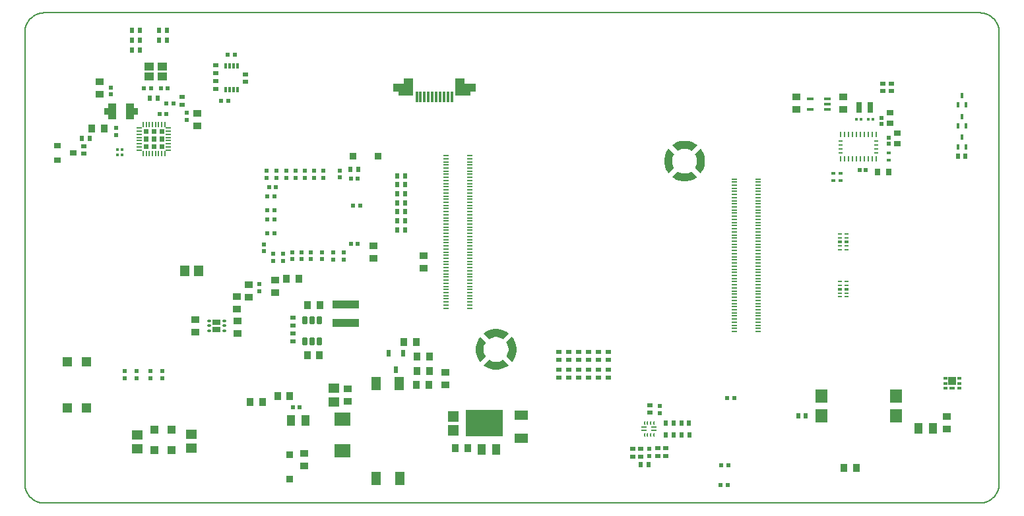
<source format=gbp>
G04*
G04 #@! TF.GenerationSoftware,Altium Limited,Altium Designer,21.2.2 (38)*
G04*
G04 Layer_Color=128*
%FSLAX44Y44*%
%MOMM*%
G71*
G04*
G04 #@! TF.SameCoordinates,2EB6EAD6-5C33-48E4-AA2B-E0AFE4ABDD4A*
G04*
G04*
G04 #@! TF.FilePolarity,Positive*
G04*
G01*
G75*
%ADD18C,0.1500*%
%ADD23R,0.6500X0.5500*%
%ADD32R,1.5200X1.7800*%
%ADD33R,0.9200X0.9800*%
%ADD43R,1.2000X1.0000*%
G04:AMPARAMS|DCode=49|XSize=0.2mm|YSize=0.565mm|CornerRadius=0.05mm|HoleSize=0mm|Usage=FLASHONLY|Rotation=270.000|XOffset=0mm|YOffset=0mm|HoleType=Round|Shape=RoundedRectangle|*
%AMROUNDEDRECTD49*
21,1,0.2000,0.4650,0,0,270.0*
21,1,0.1000,0.5650,0,0,270.0*
1,1,0.1000,-0.2325,-0.0500*
1,1,0.1000,-0.2325,0.0500*
1,1,0.1000,0.2325,0.0500*
1,1,0.1000,0.2325,-0.0500*
%
%ADD49ROUNDEDRECTD49*%
G04:AMPARAMS|DCode=50|XSize=0.4mm|YSize=0.565mm|CornerRadius=0.05mm|HoleSize=0mm|Usage=FLASHONLY|Rotation=270.000|XOffset=0mm|YOffset=0mm|HoleType=Round|Shape=RoundedRectangle|*
%AMROUNDEDRECTD50*
21,1,0.4000,0.4650,0,0,270.0*
21,1,0.3000,0.5650,0,0,270.0*
1,1,0.1000,-0.2325,-0.1500*
1,1,0.1000,-0.2325,0.1500*
1,1,0.1000,0.2325,0.1500*
1,1,0.1000,0.2325,-0.1500*
%
%ADD50ROUNDEDRECTD50*%
%ADD51R,1.0500X1.4000*%
%ADD58R,1.4500X1.1500*%
%ADD59R,0.6200X0.6200*%
%ADD60R,1.0000X0.9000*%
%ADD61R,0.5500X0.6500*%
%ADD62R,1.2000X1.2000*%
%ADD63R,0.6200X0.6200*%
%ADD65R,0.9000X1.0000*%
G04:AMPARAMS|DCode=66|XSize=0.6mm|YSize=1mm|CornerRadius=0.051mm|HoleSize=0mm|Usage=FLASHONLY|Rotation=0.000|XOffset=0mm|YOffset=0mm|HoleType=Round|Shape=RoundedRectangle|*
%AMROUNDEDRECTD66*
21,1,0.6000,0.8980,0,0,0.0*
21,1,0.4980,1.0000,0,0,0.0*
1,1,0.1020,0.2490,-0.4490*
1,1,0.1020,-0.2490,-0.4490*
1,1,0.1020,-0.2490,0.4490*
1,1,0.1020,0.2490,0.4490*
%
%ADD66ROUNDEDRECTD66*%
%ADD67R,0.5500X0.4500*%
%ADD68R,0.3000X0.8000*%
%ADD72R,3.4000X0.9800*%
%ADD177R,0.4750X0.4000*%
%ADD178R,1.0500X1.0000*%
%ADD179R,0.6600X0.4000*%
G04:AMPARAMS|DCode=180|XSize=0.45mm|YSize=0.3mm|CornerRadius=0.075mm|HoleSize=0mm|Usage=FLASHONLY|Rotation=180.000|XOffset=0mm|YOffset=0mm|HoleType=Round|Shape=RoundedRectangle|*
%AMROUNDEDRECTD180*
21,1,0.4500,0.1500,0,0,180.0*
21,1,0.3000,0.3000,0,0,180.0*
1,1,0.1500,-0.1500,0.0750*
1,1,0.1500,0.1500,0.0750*
1,1,0.1500,0.1500,-0.0750*
1,1,0.1500,-0.1500,-0.0750*
%
%ADD180ROUNDEDRECTD180*%
%ADD183R,1.1500X1.8000*%
%ADD184R,0.9500X0.9000*%
G04:AMPARAMS|DCode=185|XSize=0.55mm|YSize=0.8mm|CornerRadius=0.0495mm|HoleSize=0mm|Usage=FLASHONLY|Rotation=180.000|XOffset=0mm|YOffset=0mm|HoleType=Round|Shape=RoundedRectangle|*
%AMROUNDEDRECTD185*
21,1,0.5500,0.7010,0,0,180.0*
21,1,0.4510,0.8000,0,0,180.0*
1,1,0.0990,-0.2255,0.3505*
1,1,0.0990,0.2255,0.3505*
1,1,0.0990,0.2255,-0.3505*
1,1,0.0990,-0.2255,-0.3505*
%
%ADD185ROUNDEDRECTD185*%
%ADD186R,1.4000X1.3900*%
%ADD187R,4.8600X3.3600*%
%ADD188R,0.9000X0.8000*%
%ADD189O,0.7000X0.2000*%
%ADD190O,0.2000X0.7000*%
%ADD192R,1.0000X1.0000*%
%ADD193R,1.0000X2.0000*%
%ADD194R,0.3000X0.7100*%
G04:AMPARAMS|DCode=195|XSize=0.2mm|YSize=0.5mm|CornerRadius=0.05mm|HoleSize=0mm|Usage=FLASHONLY|Rotation=180.000|XOffset=0mm|YOffset=0mm|HoleType=Round|Shape=RoundedRectangle|*
%AMROUNDEDRECTD195*
21,1,0.2000,0.4000,0,0,180.0*
21,1,0.1000,0.5000,0,0,180.0*
1,1,0.1000,-0.0500,0.2000*
1,1,0.1000,0.0500,0.2000*
1,1,0.1000,0.0500,-0.2000*
1,1,0.1000,-0.0500,-0.2000*
%
%ADD195ROUNDEDRECTD195*%
G04:AMPARAMS|DCode=196|XSize=0.2mm|YSize=0.7mm|CornerRadius=0.05mm|HoleSize=0mm|Usage=FLASHONLY|Rotation=270.000|XOffset=0mm|YOffset=0mm|HoleType=Round|Shape=RoundedRectangle|*
%AMROUNDEDRECTD196*
21,1,0.2000,0.6000,0,0,270.0*
21,1,0.1000,0.7000,0,0,270.0*
1,1,0.1000,-0.3000,-0.0500*
1,1,0.1000,-0.3000,0.0500*
1,1,0.1000,0.3000,0.0500*
1,1,0.1000,0.3000,-0.0500*
%
%ADD196ROUNDEDRECTD196*%
%ADD197R,0.7000X0.1800*%
%ADD198R,0.3050X1.4050*%
%ADD199R,1.0000X1.0000*%
%ADD200R,0.9000X0.7000*%
%ADD201R,0.5200X0.5200*%
%ADD202R,0.7000X0.9000*%
%ADD203R,0.2500X0.6750*%
%ADD204R,0.5750X0.2500*%
%ADD205R,0.7500X1.4000*%
%ADD206R,0.9800X0.9200*%
%ADD207R,0.3600X0.3200*%
%ADD208R,2.1590X1.7780*%
%ADD209R,0.9000X0.9500*%
%ADD210R,0.5200X0.5200*%
%ADD211R,1.8000X1.1500*%
%ADD212R,1.1500X1.4500*%
%ADD213R,1.2500X2.3000*%
%ADD214R,2.6500X1.1000*%
%ADD215R,1.9500X1.6000*%
%ADD256R,1.0000X0.7000*%
%ADD257R,0.8500X0.3500*%
G36*
X144705Y498907D02*
X134615D01*
Y507907D01*
X144705D01*
Y498907D01*
D02*
G37*
G36*
X111615D02*
X101525D01*
Y507907D01*
X111615D01*
Y498907D01*
D02*
G37*
G36*
X178500Y474750D02*
X172500D01*
Y480750D01*
X178500D01*
Y474750D01*
D02*
G37*
G36*
X168500D02*
X162500D01*
Y480750D01*
X168500D01*
Y474750D01*
D02*
G37*
G36*
X158500D02*
X152500D01*
Y480750D01*
X158500D01*
Y474750D01*
D02*
G37*
G36*
X178500Y464750D02*
X172500D01*
Y470750D01*
X178500D01*
Y464750D01*
D02*
G37*
G36*
X168500D02*
X162500D01*
Y470750D01*
X168500D01*
Y464750D01*
D02*
G37*
G36*
X158500D02*
X152500D01*
Y470750D01*
X158500D01*
Y464750D01*
D02*
G37*
G36*
X178500Y454750D02*
X172500D01*
Y460750D01*
X178500D01*
Y454750D01*
D02*
G37*
G36*
X168500D02*
X162500D01*
Y460750D01*
X168500D01*
Y454750D01*
D02*
G37*
G36*
X158500D02*
X152500D01*
Y460750D01*
X158500D01*
Y454750D01*
D02*
G37*
G36*
X852922Y464787D02*
X857008Y463380D01*
X860805Y461318D01*
X862507Y459988D01*
X862507D01*
X855677Y452607D01*
X854651Y453268D01*
X852461Y454348D01*
X850133Y455082D01*
X847720Y455453D01*
X845279D01*
X842867Y455082D01*
X840539Y454348D01*
X838349Y453268D01*
X837323Y452607D01*
X830493Y459988D01*
X832195Y461318D01*
X835993Y463380D01*
X840078Y464787D01*
X844340Y465500D01*
X848660D01*
X852922Y464787D01*
D02*
G37*
G36*
X862507Y419012D02*
X860805Y417682D01*
X857008Y415620D01*
X852922Y414213D01*
X848660Y413500D01*
X844340D01*
X840078Y414213D01*
X835993Y415620D01*
X832195Y417682D01*
X830493Y419012D01*
Y419012D01*
X837323Y426394D01*
X838349Y425732D01*
X840539Y424652D01*
X842867Y423918D01*
X845279Y423547D01*
X847720D01*
X850133Y423918D01*
X852461Y424652D01*
X854651Y425732D01*
X855677Y426394D01*
X855677Y426394D01*
X862507Y419012D01*
D02*
G37*
G36*
X868318Y453805D02*
X870380Y450008D01*
X871787Y445922D01*
X872500Y441660D01*
Y437340D01*
X871787Y433078D01*
X870380Y428993D01*
X868318Y425195D01*
X866988Y423493D01*
X859606Y430323D01*
X860268Y431349D01*
X861348Y433539D01*
X862082Y435867D01*
X862453Y438279D01*
Y440721D01*
X862082Y443133D01*
X861348Y445461D01*
X860268Y447651D01*
X859606Y448677D01*
Y448677D01*
X866988Y455507D01*
X868318Y453805D01*
D02*
G37*
G36*
X833394Y448677D02*
X832732Y447651D01*
X831652Y445461D01*
X830918Y443133D01*
X830547Y440721D01*
Y438279D01*
X830918Y435867D01*
X831652Y433539D01*
X832732Y431349D01*
X833394Y430323D01*
X833394D01*
X826012Y423493D01*
X824682Y425195D01*
X822620Y428993D01*
X821213Y433078D01*
X820500Y437340D01*
Y441660D01*
X821213Y445922D01*
X822620Y450008D01*
X824682Y453805D01*
X826012Y455507D01*
X826012Y455507D01*
X833394Y448677D01*
D02*
G37*
G36*
X610922Y222787D02*
X615008Y221380D01*
X618805Y219318D01*
X620507Y217988D01*
X620507D01*
X613677Y210606D01*
X612651Y211268D01*
X610461Y212348D01*
X608133Y213082D01*
X605720Y213453D01*
X603279D01*
X600867Y213082D01*
X598539Y212348D01*
X596349Y211268D01*
X595323Y210606D01*
X588493Y217988D01*
X590195Y219318D01*
X593993Y221380D01*
X598078Y222787D01*
X602340Y223500D01*
X606660D01*
X610922Y222787D01*
D02*
G37*
G36*
X620507Y177012D02*
X618805Y175682D01*
X615008Y173620D01*
X610922Y172213D01*
X606660Y171500D01*
X602340D01*
X598078Y172213D01*
X593993Y173620D01*
X590195Y175682D01*
X588493Y177012D01*
Y177012D01*
X595323Y184394D01*
X596349Y183732D01*
X598539Y182652D01*
X600867Y181918D01*
X603279Y181547D01*
X605720D01*
X608133Y181918D01*
X610461Y182652D01*
X612651Y183732D01*
X613677Y184394D01*
X613677Y184394D01*
X620507Y177012D01*
D02*
G37*
G36*
X626318Y211805D02*
X628380Y208008D01*
X629787Y203922D01*
X630500Y199660D01*
Y195340D01*
X629787Y191078D01*
X628380Y186992D01*
X626318Y183195D01*
X624988Y181493D01*
X617606Y188323D01*
X618268Y189349D01*
X619348Y191539D01*
X620082Y193867D01*
X620453Y196280D01*
Y198720D01*
X620082Y201133D01*
X619348Y203461D01*
X618268Y205651D01*
X617606Y206677D01*
Y206677D01*
X624988Y213507D01*
X626318Y211805D01*
D02*
G37*
G36*
X591394Y206677D02*
X590732Y205651D01*
X589652Y203461D01*
X588918Y201133D01*
X588547Y198720D01*
Y196280D01*
X588918Y193867D01*
X589652Y191539D01*
X590732Y189349D01*
X591394Y188323D01*
X591394D01*
X584012Y181493D01*
X582682Y183195D01*
X580620Y186992D01*
X579213Y191078D01*
X578500Y195340D01*
Y199660D01*
X579213Y203922D01*
X580620Y208008D01*
X582682Y211805D01*
X584012Y213507D01*
X584012Y213507D01*
X591394Y206677D01*
D02*
G37*
D18*
X1250000Y605000D02*
X1249863Y607613D01*
X1249454Y610198D01*
X1248776Y612725D01*
X1247839Y615168D01*
X1246651Y617500D01*
X1245225Y619695D01*
X1243579Y621728D01*
X1241728Y623578D01*
X1239695Y625225D01*
X1237500Y626651D01*
X1235168Y627839D01*
X1232725Y628776D01*
X1230198Y629454D01*
X1227613Y629863D01*
X1225000Y630000D01*
Y-0D02*
X1227613Y137D01*
X1230198Y546D01*
X1232725Y1223D01*
X1235168Y2161D01*
X1237500Y3349D01*
X1239695Y4775D01*
X1241728Y6421D01*
X1243579Y8272D01*
X1245225Y10305D01*
X1246651Y12500D01*
X1247839Y14832D01*
X1248776Y17275D01*
X1249454Y19802D01*
X1249863Y22387D01*
X1250000Y25000D01*
X25000Y629950D02*
X22387Y629813D01*
X19802Y629403D01*
X17275Y628726D01*
X14832Y627788D01*
X12500Y626600D01*
X10306Y625175D01*
X8272Y623528D01*
X6421Y621678D01*
X4775Y619644D01*
X3350Y617450D01*
X2162Y615118D01*
X1224Y612675D01*
X547Y610147D01*
X137Y607563D01*
X0Y604950D01*
X0Y25000D02*
X137Y22387D01*
X546Y19802D01*
X1224Y17275D01*
X2161Y14832D01*
X3349Y12500D01*
X4775Y10305D01*
X6421Y8272D01*
X8272Y6421D01*
X10305Y4775D01*
X12500Y3349D01*
X14832Y2161D01*
X17275Y1224D01*
X19802Y546D01*
X22387Y137D01*
X25000Y0D01*
X1250000Y605440D02*
X1250000Y25000D01*
X25000Y630000D02*
X1225000Y630000D01*
X25000Y-0D02*
X1225000Y-0D01*
X-0Y25000D02*
X0Y604950D01*
D23*
X343750Y218000D02*
D03*
Y208000D02*
D03*
Y237907D02*
D03*
Y227907D02*
D03*
X1100750Y529250D02*
D03*
X736250Y184000D02*
D03*
X749000D02*
D03*
X710750D02*
D03*
X723500D02*
D03*
X698000D02*
D03*
X685250D02*
D03*
X822250Y60250D02*
D03*
X812250D02*
D03*
X201250Y522000D02*
D03*
X685350Y161500D02*
D03*
Y171500D02*
D03*
X723450Y161500D02*
D03*
Y171500D02*
D03*
X736150Y161500D02*
D03*
Y171500D02*
D03*
X748850Y161500D02*
D03*
Y171500D02*
D03*
X736250Y194000D02*
D03*
X749000D02*
D03*
X723500D02*
D03*
X710750D02*
D03*
X685250D02*
D03*
X698000D02*
D03*
X710750Y161500D02*
D03*
Y171500D02*
D03*
X698050Y161500D02*
D03*
Y171500D02*
D03*
X245097Y552422D02*
D03*
Y562422D02*
D03*
X245000Y542250D02*
D03*
Y532250D02*
D03*
X283250Y541000D02*
D03*
Y551000D02*
D03*
X75500Y458750D02*
D03*
Y448750D02*
D03*
X201250Y512000D02*
D03*
X1112000Y539250D02*
D03*
Y529250D02*
D03*
X1100750Y539250D02*
D03*
X780000Y70000D02*
D03*
Y60000D02*
D03*
X790000Y70000D02*
D03*
Y60000D02*
D03*
X812250Y70250D02*
D03*
X822250D02*
D03*
X802000Y116000D02*
D03*
Y126000D02*
D03*
D32*
X1117600Y112300D02*
D03*
X1022400D02*
D03*
Y137700D02*
D03*
X1117600D02*
D03*
D33*
X335770Y288610D02*
D03*
X351570D02*
D03*
D43*
X159166Y560848D02*
D03*
X176166Y547848D02*
D03*
X159166D02*
D03*
X176166Y560848D02*
D03*
D49*
X1045825Y325500D02*
D03*
Y330500D02*
D03*
Y340500D02*
D03*
Y345500D02*
D03*
X1054175D02*
D03*
Y340500D02*
D03*
Y330500D02*
D03*
Y325500D02*
D03*
Y265000D02*
D03*
Y270000D02*
D03*
Y280000D02*
D03*
Y285000D02*
D03*
X1045825D02*
D03*
Y280000D02*
D03*
Y270000D02*
D03*
Y265000D02*
D03*
D50*
X1054175Y335500D02*
D03*
X1045825D02*
D03*
Y275000D02*
D03*
X1054175D02*
D03*
D51*
X1165500Y96000D02*
D03*
X1146500D02*
D03*
X360134Y105904D02*
D03*
X341134D02*
D03*
X605000Y69250D02*
D03*
X586000D02*
D03*
D58*
X396500Y129750D02*
D03*
Y147750D02*
D03*
X144000Y88000D02*
D03*
Y70000D02*
D03*
X213500Y88750D02*
D03*
Y70750D02*
D03*
D59*
X313223Y406085D02*
D03*
X322223D02*
D03*
X174166Y532848D02*
D03*
X183166D02*
D03*
X427250Y417000D02*
D03*
X418250D02*
D03*
X429979Y382644D02*
D03*
X420979D02*
D03*
X427051Y333481D02*
D03*
X418051D02*
D03*
X909879Y134823D02*
D03*
X893289Y48250D02*
D03*
X892815Y23412D02*
D03*
X260000Y575750D02*
D03*
X251936Y517127D02*
D03*
X152666Y532848D02*
D03*
X190250Y513500D02*
D03*
X181500Y499750D02*
D03*
X320000Y346362D02*
D03*
Y364514D02*
D03*
Y394252D02*
D03*
Y376465D02*
D03*
X161666Y532848D02*
D03*
X902290Y48250D02*
D03*
X901815Y23412D02*
D03*
X269000Y575750D02*
D03*
X260935Y517127D02*
D03*
X172500Y499750D02*
D03*
X181250Y513500D02*
D03*
X352730Y123000D02*
D03*
X343730D02*
D03*
X900879Y134823D02*
D03*
X311000Y394252D02*
D03*
Y346362D02*
D03*
Y364514D02*
D03*
Y376465D02*
D03*
D60*
X447433Y330342D02*
D03*
Y314342D02*
D03*
X414000Y146750D02*
D03*
Y130750D02*
D03*
X989750Y522001D02*
D03*
Y506001D02*
D03*
X1049750D02*
D03*
Y522001D02*
D03*
X320809Y286227D02*
D03*
Y270226D02*
D03*
X221000Y484750D02*
D03*
X96150Y541087D02*
D03*
X218285Y219365D02*
D03*
X272529Y218149D02*
D03*
X287500Y264500D02*
D03*
X358000Y63750D02*
D03*
Y47750D02*
D03*
X221000Y500750D02*
D03*
X511750Y301500D02*
D03*
Y317500D02*
D03*
X96150Y525087D02*
D03*
X272529Y234149D02*
D03*
X218285Y235365D02*
D03*
X539480Y168000D02*
D03*
Y152000D02*
D03*
X1183000Y95000D02*
D03*
Y111000D02*
D03*
X287500Y280500D02*
D03*
D61*
X160500Y520500D02*
D03*
X170500D02*
D03*
X417750Y428500D02*
D03*
X427750D02*
D03*
X800250Y49250D02*
D03*
X487500Y397500D02*
D03*
Y385917D02*
D03*
Y420667D02*
D03*
Y409083D02*
D03*
Y362750D02*
D03*
Y351167D02*
D03*
Y374333D02*
D03*
X72884Y468712D02*
D03*
X82884D02*
D03*
X477500Y351167D02*
D03*
Y385917D02*
D03*
Y362750D02*
D03*
Y374333D02*
D03*
Y397500D02*
D03*
Y409083D02*
D03*
Y420667D02*
D03*
X992000Y112000D02*
D03*
X1002000D02*
D03*
X1207000Y446000D02*
D03*
X1197000D02*
D03*
X137500Y581750D02*
D03*
X147500D02*
D03*
X137500Y594625D02*
D03*
X147500D02*
D03*
X137500Y607500D02*
D03*
X147500D02*
D03*
X182000Y607250D02*
D03*
X172000D02*
D03*
X182000Y594375D02*
D03*
X172000D02*
D03*
X832250Y103250D02*
D03*
X822250D02*
D03*
X832500Y87250D02*
D03*
X822500D02*
D03*
X842500D02*
D03*
X852500D02*
D03*
X842250Y103250D02*
D03*
X852250D02*
D03*
X790250Y49250D02*
D03*
D62*
X53995Y122165D02*
D03*
X78995D02*
D03*
Y181166D02*
D03*
X53995D02*
D03*
D63*
X801250Y60750D02*
D03*
Y69750D02*
D03*
X176500Y169627D02*
D03*
Y160627D02*
D03*
X161100Y169627D02*
D03*
Y160627D02*
D03*
X143500Y169508D02*
D03*
Y160508D02*
D03*
X128100D02*
D03*
Y169508D02*
D03*
X359124Y426981D02*
D03*
Y417981D02*
D03*
X318398Y311208D02*
D03*
Y320207D02*
D03*
X347500Y418000D02*
D03*
Y427000D02*
D03*
X383065Y426992D02*
D03*
Y417992D02*
D03*
X404023Y427520D02*
D03*
Y418520D02*
D03*
X815000Y124500D02*
D03*
X207500Y492500D02*
D03*
X109807Y534210D02*
D03*
X116574Y481857D02*
D03*
X370889Y418037D02*
D03*
X395457Y322119D02*
D03*
X355232Y322519D02*
D03*
X367008D02*
D03*
X330881Y320207D02*
D03*
X409231Y321911D02*
D03*
X381068Y322319D02*
D03*
X342820Y322340D02*
D03*
X322500Y418000D02*
D03*
X335000D02*
D03*
X310000D02*
D03*
X306423Y332566D02*
D03*
X300852Y272490D02*
D03*
X207500Y501500D02*
D03*
X109807Y525210D02*
D03*
X116574Y472857D02*
D03*
X409231Y312911D02*
D03*
X381068Y313319D02*
D03*
X330881Y311208D02*
D03*
X355232Y313519D02*
D03*
X367008D02*
D03*
X395457Y313119D02*
D03*
X306423Y323566D02*
D03*
X335000Y427000D02*
D03*
X300852Y281490D02*
D03*
X342820Y313340D02*
D03*
X370889Y427037D02*
D03*
X310000Y427000D02*
D03*
X322500D02*
D03*
X815000Y115500D02*
D03*
D65*
X362278Y254676D02*
D03*
X378278D02*
D03*
X378146Y189676D02*
D03*
X362146D02*
D03*
X1050582Y45000D02*
D03*
X85881Y481692D02*
D03*
X502730Y169750D02*
D03*
X101881Y481692D02*
D03*
X1066582Y45000D02*
D03*
X486506Y207000D02*
D03*
X502506D02*
D03*
X339980Y137500D02*
D03*
X323980D02*
D03*
X305230Y129750D02*
D03*
X289230D02*
D03*
X518980Y188250D02*
D03*
X502980D02*
D03*
X518730Y169750D02*
D03*
X518480Y152250D02*
D03*
X502480D02*
D03*
X568549Y70241D02*
D03*
X552549D02*
D03*
D66*
X358778Y235176D02*
D03*
X368278D02*
D03*
X377778D02*
D03*
Y207676D02*
D03*
X368278D02*
D03*
X358778D02*
D03*
D67*
X1108500Y449750D02*
D03*
Y440750D02*
D03*
X1037000Y423500D02*
D03*
Y414500D02*
D03*
X1046750Y423500D02*
D03*
Y414500D02*
D03*
D68*
X272500Y531000D02*
D03*
X267500D02*
D03*
X262500D02*
D03*
X257500D02*
D03*
X272500Y562000D02*
D03*
X267500D02*
D03*
X257500D02*
D03*
X262500D02*
D03*
D72*
X411698Y255569D02*
D03*
Y231869D02*
D03*
D177*
X1180880Y160500D02*
D03*
Y147500D02*
D03*
Y154000D02*
D03*
X1199120Y147500D02*
D03*
Y160500D02*
D03*
Y154000D02*
D03*
D178*
X1190000Y157000D02*
D03*
D179*
Y147500D02*
D03*
D180*
X255535Y234365D02*
D03*
Y227865D02*
D03*
X236035Y221365D02*
D03*
Y227865D02*
D03*
Y234365D02*
D03*
X255535Y221365D02*
D03*
D183*
X450750Y32000D02*
D03*
X480750D02*
D03*
X480480Y153250D02*
D03*
X450480D02*
D03*
D184*
X339750Y31000D02*
D03*
X339750Y62500D02*
D03*
D185*
X485480Y193000D02*
D03*
X466480D02*
D03*
X475980Y171000D02*
D03*
D186*
X549910Y111700D02*
D03*
Y93300D02*
D03*
D187*
X589730Y102500D02*
D03*
D188*
X42000Y440500D02*
D03*
X62000Y450000D02*
D03*
X42000Y459500D02*
D03*
D189*
X184250Y481750D02*
D03*
Y477750D02*
D03*
Y473750D02*
D03*
Y469750D02*
D03*
Y465750D02*
D03*
Y461750D02*
D03*
Y457750D02*
D03*
Y453750D02*
D03*
X146750D02*
D03*
Y457750D02*
D03*
Y461750D02*
D03*
Y465750D02*
D03*
Y469750D02*
D03*
Y473750D02*
D03*
Y477750D02*
D03*
Y481750D02*
D03*
D190*
X179500Y449000D02*
D03*
X175500D02*
D03*
X171500D02*
D03*
X167500D02*
D03*
X163500D02*
D03*
X159500D02*
D03*
X155500D02*
D03*
X151500D02*
D03*
Y486500D02*
D03*
X155500D02*
D03*
X159500D02*
D03*
X163500D02*
D03*
X167500D02*
D03*
X171500D02*
D03*
X175500D02*
D03*
X179500D02*
D03*
D192*
X187962Y94750D02*
D03*
X165962D02*
D03*
X188000Y68000D02*
D03*
X166000D02*
D03*
D193*
X134615Y503407D02*
D03*
X111615D02*
D03*
D194*
X1202250Y523660D02*
D03*
X1207250Y511460D02*
D03*
X1197250D02*
D03*
Y484585D02*
D03*
X1197450Y457710D02*
D03*
X1202250Y496785D02*
D03*
X1207250Y484585D02*
D03*
X1202450Y469910D02*
D03*
X1207450Y457710D02*
D03*
D195*
X806745Y103002D02*
D03*
X802745D02*
D03*
X794745D02*
D03*
Y88002D02*
D03*
X798745D02*
D03*
X802745D02*
D03*
X806745D02*
D03*
X798745Y103002D02*
D03*
D196*
X794245Y97501D02*
D03*
Y93501D02*
D03*
X807245D02*
D03*
Y97501D02*
D03*
D197*
X570900Y258500D02*
D03*
Y262500D02*
D03*
Y266500D02*
D03*
Y270500D02*
D03*
Y282500D02*
D03*
Y286500D02*
D03*
Y290500D02*
D03*
Y294500D02*
D03*
Y298500D02*
D03*
Y302500D02*
D03*
Y306500D02*
D03*
Y310500D02*
D03*
Y314500D02*
D03*
Y318500D02*
D03*
Y322500D02*
D03*
Y326500D02*
D03*
Y330500D02*
D03*
Y334500D02*
D03*
Y338500D02*
D03*
Y342500D02*
D03*
Y346500D02*
D03*
Y350500D02*
D03*
Y354500D02*
D03*
Y358500D02*
D03*
Y362500D02*
D03*
Y366500D02*
D03*
Y374500D02*
D03*
Y378500D02*
D03*
Y386500D02*
D03*
Y390500D02*
D03*
Y398500D02*
D03*
Y402500D02*
D03*
Y410500D02*
D03*
Y414500D02*
D03*
Y426500D02*
D03*
Y430500D02*
D03*
Y434500D02*
D03*
Y438500D02*
D03*
Y442500D02*
D03*
Y446500D02*
D03*
X540100Y258500D02*
D03*
Y262500D02*
D03*
Y266500D02*
D03*
Y270500D02*
D03*
Y282500D02*
D03*
Y286500D02*
D03*
Y290500D02*
D03*
Y294500D02*
D03*
Y298500D02*
D03*
Y302500D02*
D03*
Y314500D02*
D03*
Y318500D02*
D03*
Y330500D02*
D03*
Y334500D02*
D03*
Y338500D02*
D03*
Y342500D02*
D03*
Y346500D02*
D03*
Y350500D02*
D03*
Y354500D02*
D03*
Y358500D02*
D03*
Y362500D02*
D03*
Y366500D02*
D03*
Y370500D02*
D03*
Y374500D02*
D03*
Y378500D02*
D03*
Y382500D02*
D03*
Y386500D02*
D03*
Y390500D02*
D03*
Y394500D02*
D03*
Y398500D02*
D03*
Y406500D02*
D03*
Y414500D02*
D03*
Y418500D02*
D03*
Y426500D02*
D03*
Y430500D02*
D03*
Y438500D02*
D03*
Y442500D02*
D03*
Y250500D02*
D03*
Y254500D02*
D03*
Y306500D02*
D03*
Y274500D02*
D03*
Y278500D02*
D03*
Y310500D02*
D03*
Y322500D02*
D03*
Y326500D02*
D03*
Y402500D02*
D03*
Y410500D02*
D03*
Y422500D02*
D03*
Y434500D02*
D03*
Y446500D02*
D03*
X570900Y250500D02*
D03*
Y254500D02*
D03*
Y278500D02*
D03*
Y370500D02*
D03*
Y274500D02*
D03*
Y382500D02*
D03*
Y394500D02*
D03*
Y406500D02*
D03*
Y418500D02*
D03*
Y422500D02*
D03*
X940900Y416500D02*
D03*
X910100D02*
D03*
X940900Y380500D02*
D03*
Y360500D02*
D03*
Y404500D02*
D03*
Y392500D02*
D03*
X910100Y404500D02*
D03*
Y392500D02*
D03*
Y380500D02*
D03*
Y368500D02*
D03*
X940900D02*
D03*
X910100Y360500D02*
D03*
X940900Y280500D02*
D03*
X910100Y276500D02*
D03*
X940900Y268500D02*
D03*
Y256500D02*
D03*
Y232500D02*
D03*
Y244500D02*
D03*
Y220500D02*
D03*
X910100Y352500D02*
D03*
Y348500D02*
D03*
Y356500D02*
D03*
X940900Y224500D02*
D03*
Y228500D02*
D03*
Y236500D02*
D03*
Y240500D02*
D03*
Y248500D02*
D03*
Y252500D02*
D03*
Y260500D02*
D03*
Y264500D02*
D03*
Y272500D02*
D03*
Y276500D02*
D03*
Y284500D02*
D03*
Y288500D02*
D03*
Y292500D02*
D03*
Y296500D02*
D03*
Y300500D02*
D03*
Y304500D02*
D03*
Y308500D02*
D03*
Y312500D02*
D03*
Y316500D02*
D03*
Y320500D02*
D03*
Y324500D02*
D03*
Y328500D02*
D03*
Y332500D02*
D03*
Y336500D02*
D03*
Y340500D02*
D03*
Y344500D02*
D03*
Y348500D02*
D03*
Y352500D02*
D03*
Y356500D02*
D03*
Y364500D02*
D03*
Y372500D02*
D03*
Y376500D02*
D03*
Y384500D02*
D03*
Y388500D02*
D03*
Y396500D02*
D03*
Y400500D02*
D03*
Y408500D02*
D03*
Y412500D02*
D03*
X910100Y220500D02*
D03*
Y224500D02*
D03*
Y228500D02*
D03*
Y232500D02*
D03*
Y236500D02*
D03*
Y240500D02*
D03*
Y244500D02*
D03*
Y248500D02*
D03*
Y252500D02*
D03*
Y256500D02*
D03*
Y260500D02*
D03*
Y264500D02*
D03*
Y268500D02*
D03*
Y272500D02*
D03*
Y280500D02*
D03*
Y284500D02*
D03*
Y288500D02*
D03*
Y292500D02*
D03*
Y296500D02*
D03*
Y300500D02*
D03*
Y304500D02*
D03*
Y308500D02*
D03*
Y312500D02*
D03*
Y316500D02*
D03*
Y320500D02*
D03*
Y324500D02*
D03*
Y328500D02*
D03*
Y332500D02*
D03*
Y336500D02*
D03*
Y340500D02*
D03*
Y344500D02*
D03*
Y364500D02*
D03*
Y372500D02*
D03*
Y376500D02*
D03*
Y384500D02*
D03*
Y388500D02*
D03*
Y396500D02*
D03*
Y400500D02*
D03*
Y408500D02*
D03*
Y412500D02*
D03*
D198*
X502665Y522305D02*
D03*
D03*
X507665D02*
D03*
X512665D02*
D03*
X517665D02*
D03*
X522665D02*
D03*
X527665D02*
D03*
X532665D02*
D03*
X542665D02*
D03*
X537665D02*
D03*
X547665D02*
D03*
D199*
X488175Y532115D02*
D03*
X562325Y532195D02*
D03*
D200*
X1110000Y487750D02*
D03*
Y501750D02*
D03*
X1119500Y475750D02*
D03*
Y461750D02*
D03*
D201*
X1078750Y427750D02*
D03*
X1070750D02*
D03*
D202*
X1094028Y425453D02*
D03*
X1108028D02*
D03*
D203*
X1092000Y473375D02*
D03*
X1047000D02*
D03*
X1052000D02*
D03*
X1057000D02*
D03*
X1062000D02*
D03*
X1067000D02*
D03*
X1077000D02*
D03*
X1082000D02*
D03*
X1087000D02*
D03*
X1092000Y442125D02*
D03*
X1087000D02*
D03*
X1082000D02*
D03*
X1077000D02*
D03*
X1067000D02*
D03*
X1062000D02*
D03*
X1057000D02*
D03*
X1052000D02*
D03*
X1047000D02*
D03*
X1072000Y473375D02*
D03*
Y442125D02*
D03*
D204*
X1046375Y450250D02*
D03*
Y455250D02*
D03*
Y460250D02*
D03*
Y465250D02*
D03*
X1092625Y460250D02*
D03*
Y455250D02*
D03*
Y450250D02*
D03*
Y465250D02*
D03*
D205*
X1084912Y508568D02*
D03*
X1070312D02*
D03*
D206*
X272105Y265399D02*
D03*
Y249599D02*
D03*
D207*
X118758Y454348D02*
D03*
X124358D02*
D03*
X1087912Y493568D02*
D03*
X1067312D02*
D03*
X118739Y447771D02*
D03*
X124339D02*
D03*
X1072912Y493568D02*
D03*
X1082312D02*
D03*
D208*
X407500Y67680D02*
D03*
Y108320D02*
D03*
D209*
X421250Y445500D02*
D03*
X452750Y445500D02*
D03*
D210*
X1099385Y495250D02*
D03*
X1108528Y469750D02*
D03*
X1099385Y487250D02*
D03*
X1108528Y461750D02*
D03*
D211*
X637000Y113250D02*
D03*
Y83250D02*
D03*
D212*
X222750Y298489D02*
D03*
X204750D02*
D03*
D213*
X491919Y534806D02*
D03*
X558416Y534808D02*
D03*
D214*
X484915Y533805D02*
D03*
X565415Y533805D02*
D03*
D215*
X488415Y531305D02*
D03*
X561915Y531305D02*
D03*
D256*
X245782Y223367D02*
D03*
Y232367D02*
D03*
D257*
X1029750Y512501D02*
D03*
Y519001D02*
D03*
X1007750D02*
D03*
X1029750Y506001D02*
D03*
X1007750D02*
D03*
M02*

</source>
